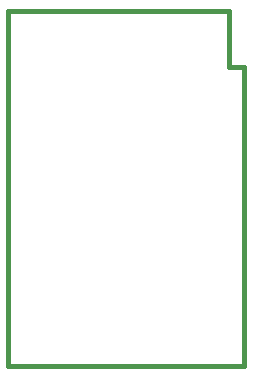
<source format=gbr>
G04 (created by PCBNEW-RS274X (2010-05-05 BZR 2356)-stable) date 2010年09月03日 星期五 23时32分26秒*
G01*
G70*
G90*
%MOIN*%
G04 Gerber Fmt 3.4, Leading zero omitted, Abs format*
%FSLAX34Y34*%
G04 APERTURE LIST*
%ADD10C,0.006000*%
%ADD11C,0.015000*%
G04 APERTURE END LIST*
G54D10*
G54D11*
X47244Y-41220D02*
X47244Y-41220D01*
X46732Y-41221D02*
X47244Y-41221D01*
X46732Y-39370D02*
X46732Y-41220D01*
X39370Y-51181D02*
X39370Y-39370D01*
X47244Y-51181D02*
X39370Y-51181D01*
X47244Y-41220D02*
X47244Y-51181D01*
X39370Y-39370D02*
X46732Y-39370D01*
M02*

</source>
